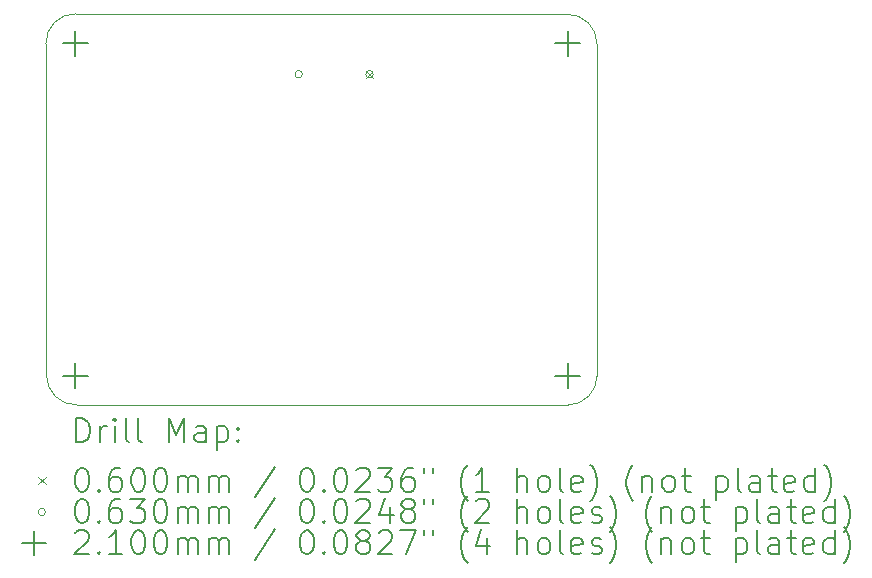
<source format=gbr>
%TF.GenerationSoftware,KiCad,Pcbnew,7.0.5*%
%TF.CreationDate,2023-07-24T14:19:45-04:00*%
%TF.ProjectId,GPSPCB,47505350-4342-42e6-9b69-6361645f7063,00*%
%TF.SameCoordinates,Original*%
%TF.FileFunction,Drillmap*%
%TF.FilePolarity,Positive*%
%FSLAX45Y45*%
G04 Gerber Fmt 4.5, Leading zero omitted, Abs format (unit mm)*
G04 Created by KiCad (PCBNEW 7.0.5) date 2023-07-24 14:19:45*
%MOMM*%
%LPD*%
G01*
G04 APERTURE LIST*
%ADD10C,0.050000*%
%ADD11C,0.200000*%
%ADD12C,0.060000*%
%ADD13C,0.063000*%
%ADD14C,0.210000*%
G04 APERTURE END LIST*
D10*
X8056812Y-5021812D02*
G75*
G03*
X7801812Y-5276812I-6812J-248188D01*
G01*
X12220000Y-8334000D02*
G75*
G03*
X12469000Y-8085000I0J249000D01*
G01*
X8056812Y-5021812D02*
X12212500Y-5025000D01*
X7806812Y-8078188D02*
G75*
G03*
X8061812Y-8333188I249998J-5002D01*
G01*
X7806812Y-7731812D02*
X7801812Y-5276812D01*
X7806812Y-7731812D02*
X7806812Y-8078188D01*
X12469000Y-8085000D02*
X12467500Y-5280000D01*
X12467500Y-5280000D02*
G75*
G03*
X12212500Y-5025000I-250000J5000D01*
G01*
X12220000Y-8334000D02*
X8061812Y-8333188D01*
D11*
D12*
X10512000Y-5504000D02*
X10572000Y-5564000D01*
X10572000Y-5504000D02*
X10512000Y-5564000D01*
D13*
X9973500Y-5534000D02*
G75*
G03*
X9973500Y-5534000I-31500J0D01*
G01*
X10573500Y-5534000D02*
G75*
G03*
X10573500Y-5534000I-31500J0D01*
G01*
D14*
X8050000Y-5165000D02*
X8050000Y-5375000D01*
X7945000Y-5270000D02*
X8155000Y-5270000D01*
X8050000Y-7980000D02*
X8050000Y-8190000D01*
X7945000Y-8085000D02*
X8155000Y-8085000D01*
X12220000Y-5165000D02*
X12220000Y-5375000D01*
X12115000Y-5270000D02*
X12325000Y-5270000D01*
X12220000Y-7980000D02*
X12220000Y-8190000D01*
X12115000Y-8085000D02*
X12325000Y-8085000D01*
D11*
X8059995Y-8647984D02*
X8059995Y-8447984D01*
X8059995Y-8447984D02*
X8107614Y-8447984D01*
X8107614Y-8447984D02*
X8136186Y-8457508D01*
X8136186Y-8457508D02*
X8155234Y-8476555D01*
X8155234Y-8476555D02*
X8164757Y-8495603D01*
X8164757Y-8495603D02*
X8174281Y-8533698D01*
X8174281Y-8533698D02*
X8174281Y-8562270D01*
X8174281Y-8562270D02*
X8164757Y-8600365D01*
X8164757Y-8600365D02*
X8155234Y-8619412D01*
X8155234Y-8619412D02*
X8136186Y-8638460D01*
X8136186Y-8638460D02*
X8107614Y-8647984D01*
X8107614Y-8647984D02*
X8059995Y-8647984D01*
X8259995Y-8647984D02*
X8259995Y-8514650D01*
X8259995Y-8552746D02*
X8269519Y-8533698D01*
X8269519Y-8533698D02*
X8279043Y-8524174D01*
X8279043Y-8524174D02*
X8298091Y-8514650D01*
X8298091Y-8514650D02*
X8317138Y-8514650D01*
X8383805Y-8647984D02*
X8383805Y-8514650D01*
X8383805Y-8447984D02*
X8374281Y-8457508D01*
X8374281Y-8457508D02*
X8383805Y-8467031D01*
X8383805Y-8467031D02*
X8393329Y-8457508D01*
X8393329Y-8457508D02*
X8383805Y-8447984D01*
X8383805Y-8447984D02*
X8383805Y-8467031D01*
X8507615Y-8647984D02*
X8488567Y-8638460D01*
X8488567Y-8638460D02*
X8479043Y-8619412D01*
X8479043Y-8619412D02*
X8479043Y-8447984D01*
X8612376Y-8647984D02*
X8593329Y-8638460D01*
X8593329Y-8638460D02*
X8583805Y-8619412D01*
X8583805Y-8619412D02*
X8583805Y-8447984D01*
X8840948Y-8647984D02*
X8840948Y-8447984D01*
X8840948Y-8447984D02*
X8907615Y-8590841D01*
X8907615Y-8590841D02*
X8974281Y-8447984D01*
X8974281Y-8447984D02*
X8974281Y-8647984D01*
X9155234Y-8647984D02*
X9155234Y-8543222D01*
X9155234Y-8543222D02*
X9145710Y-8524174D01*
X9145710Y-8524174D02*
X9126662Y-8514650D01*
X9126662Y-8514650D02*
X9088567Y-8514650D01*
X9088567Y-8514650D02*
X9069519Y-8524174D01*
X9155234Y-8638460D02*
X9136186Y-8647984D01*
X9136186Y-8647984D02*
X9088567Y-8647984D01*
X9088567Y-8647984D02*
X9069519Y-8638460D01*
X9069519Y-8638460D02*
X9059996Y-8619412D01*
X9059996Y-8619412D02*
X9059996Y-8600365D01*
X9059996Y-8600365D02*
X9069519Y-8581317D01*
X9069519Y-8581317D02*
X9088567Y-8571793D01*
X9088567Y-8571793D02*
X9136186Y-8571793D01*
X9136186Y-8571793D02*
X9155234Y-8562270D01*
X9250472Y-8514650D02*
X9250472Y-8714650D01*
X9250472Y-8524174D02*
X9269519Y-8514650D01*
X9269519Y-8514650D02*
X9307615Y-8514650D01*
X9307615Y-8514650D02*
X9326662Y-8524174D01*
X9326662Y-8524174D02*
X9336186Y-8533698D01*
X9336186Y-8533698D02*
X9345710Y-8552746D01*
X9345710Y-8552746D02*
X9345710Y-8609889D01*
X9345710Y-8609889D02*
X9336186Y-8628936D01*
X9336186Y-8628936D02*
X9326662Y-8638460D01*
X9326662Y-8638460D02*
X9307615Y-8647984D01*
X9307615Y-8647984D02*
X9269519Y-8647984D01*
X9269519Y-8647984D02*
X9250472Y-8638460D01*
X9431424Y-8628936D02*
X9440948Y-8638460D01*
X9440948Y-8638460D02*
X9431424Y-8647984D01*
X9431424Y-8647984D02*
X9421900Y-8638460D01*
X9421900Y-8638460D02*
X9431424Y-8628936D01*
X9431424Y-8628936D02*
X9431424Y-8647984D01*
X9431424Y-8524174D02*
X9440948Y-8533698D01*
X9440948Y-8533698D02*
X9431424Y-8543222D01*
X9431424Y-8543222D02*
X9421900Y-8533698D01*
X9421900Y-8533698D02*
X9431424Y-8524174D01*
X9431424Y-8524174D02*
X9431424Y-8543222D01*
D12*
X7739219Y-8946500D02*
X7799219Y-9006500D01*
X7799219Y-8946500D02*
X7739219Y-9006500D01*
D11*
X8098091Y-8867984D02*
X8117138Y-8867984D01*
X8117138Y-8867984D02*
X8136186Y-8877508D01*
X8136186Y-8877508D02*
X8145710Y-8887031D01*
X8145710Y-8887031D02*
X8155234Y-8906079D01*
X8155234Y-8906079D02*
X8164757Y-8944174D01*
X8164757Y-8944174D02*
X8164757Y-8991793D01*
X8164757Y-8991793D02*
X8155234Y-9029889D01*
X8155234Y-9029889D02*
X8145710Y-9048936D01*
X8145710Y-9048936D02*
X8136186Y-9058460D01*
X8136186Y-9058460D02*
X8117138Y-9067984D01*
X8117138Y-9067984D02*
X8098091Y-9067984D01*
X8098091Y-9067984D02*
X8079043Y-9058460D01*
X8079043Y-9058460D02*
X8069519Y-9048936D01*
X8069519Y-9048936D02*
X8059995Y-9029889D01*
X8059995Y-9029889D02*
X8050472Y-8991793D01*
X8050472Y-8991793D02*
X8050472Y-8944174D01*
X8050472Y-8944174D02*
X8059995Y-8906079D01*
X8059995Y-8906079D02*
X8069519Y-8887031D01*
X8069519Y-8887031D02*
X8079043Y-8877508D01*
X8079043Y-8877508D02*
X8098091Y-8867984D01*
X8250472Y-9048936D02*
X8259995Y-9058460D01*
X8259995Y-9058460D02*
X8250472Y-9067984D01*
X8250472Y-9067984D02*
X8240948Y-9058460D01*
X8240948Y-9058460D02*
X8250472Y-9048936D01*
X8250472Y-9048936D02*
X8250472Y-9067984D01*
X8431424Y-8867984D02*
X8393329Y-8867984D01*
X8393329Y-8867984D02*
X8374281Y-8877508D01*
X8374281Y-8877508D02*
X8364757Y-8887031D01*
X8364757Y-8887031D02*
X8345710Y-8915603D01*
X8345710Y-8915603D02*
X8336186Y-8953698D01*
X8336186Y-8953698D02*
X8336186Y-9029889D01*
X8336186Y-9029889D02*
X8345710Y-9048936D01*
X8345710Y-9048936D02*
X8355234Y-9058460D01*
X8355234Y-9058460D02*
X8374281Y-9067984D01*
X8374281Y-9067984D02*
X8412377Y-9067984D01*
X8412377Y-9067984D02*
X8431424Y-9058460D01*
X8431424Y-9058460D02*
X8440948Y-9048936D01*
X8440948Y-9048936D02*
X8450472Y-9029889D01*
X8450472Y-9029889D02*
X8450472Y-8982270D01*
X8450472Y-8982270D02*
X8440948Y-8963222D01*
X8440948Y-8963222D02*
X8431424Y-8953698D01*
X8431424Y-8953698D02*
X8412377Y-8944174D01*
X8412377Y-8944174D02*
X8374281Y-8944174D01*
X8374281Y-8944174D02*
X8355234Y-8953698D01*
X8355234Y-8953698D02*
X8345710Y-8963222D01*
X8345710Y-8963222D02*
X8336186Y-8982270D01*
X8574281Y-8867984D02*
X8593329Y-8867984D01*
X8593329Y-8867984D02*
X8612377Y-8877508D01*
X8612377Y-8877508D02*
X8621900Y-8887031D01*
X8621900Y-8887031D02*
X8631424Y-8906079D01*
X8631424Y-8906079D02*
X8640948Y-8944174D01*
X8640948Y-8944174D02*
X8640948Y-8991793D01*
X8640948Y-8991793D02*
X8631424Y-9029889D01*
X8631424Y-9029889D02*
X8621900Y-9048936D01*
X8621900Y-9048936D02*
X8612377Y-9058460D01*
X8612377Y-9058460D02*
X8593329Y-9067984D01*
X8593329Y-9067984D02*
X8574281Y-9067984D01*
X8574281Y-9067984D02*
X8555234Y-9058460D01*
X8555234Y-9058460D02*
X8545710Y-9048936D01*
X8545710Y-9048936D02*
X8536186Y-9029889D01*
X8536186Y-9029889D02*
X8526662Y-8991793D01*
X8526662Y-8991793D02*
X8526662Y-8944174D01*
X8526662Y-8944174D02*
X8536186Y-8906079D01*
X8536186Y-8906079D02*
X8545710Y-8887031D01*
X8545710Y-8887031D02*
X8555234Y-8877508D01*
X8555234Y-8877508D02*
X8574281Y-8867984D01*
X8764757Y-8867984D02*
X8783805Y-8867984D01*
X8783805Y-8867984D02*
X8802853Y-8877508D01*
X8802853Y-8877508D02*
X8812377Y-8887031D01*
X8812377Y-8887031D02*
X8821900Y-8906079D01*
X8821900Y-8906079D02*
X8831424Y-8944174D01*
X8831424Y-8944174D02*
X8831424Y-8991793D01*
X8831424Y-8991793D02*
X8821900Y-9029889D01*
X8821900Y-9029889D02*
X8812377Y-9048936D01*
X8812377Y-9048936D02*
X8802853Y-9058460D01*
X8802853Y-9058460D02*
X8783805Y-9067984D01*
X8783805Y-9067984D02*
X8764757Y-9067984D01*
X8764757Y-9067984D02*
X8745710Y-9058460D01*
X8745710Y-9058460D02*
X8736186Y-9048936D01*
X8736186Y-9048936D02*
X8726662Y-9029889D01*
X8726662Y-9029889D02*
X8717138Y-8991793D01*
X8717138Y-8991793D02*
X8717138Y-8944174D01*
X8717138Y-8944174D02*
X8726662Y-8906079D01*
X8726662Y-8906079D02*
X8736186Y-8887031D01*
X8736186Y-8887031D02*
X8745710Y-8877508D01*
X8745710Y-8877508D02*
X8764757Y-8867984D01*
X8917138Y-9067984D02*
X8917138Y-8934650D01*
X8917138Y-8953698D02*
X8926662Y-8944174D01*
X8926662Y-8944174D02*
X8945710Y-8934650D01*
X8945710Y-8934650D02*
X8974281Y-8934650D01*
X8974281Y-8934650D02*
X8993329Y-8944174D01*
X8993329Y-8944174D02*
X9002853Y-8963222D01*
X9002853Y-8963222D02*
X9002853Y-9067984D01*
X9002853Y-8963222D02*
X9012377Y-8944174D01*
X9012377Y-8944174D02*
X9031424Y-8934650D01*
X9031424Y-8934650D02*
X9059996Y-8934650D01*
X9059996Y-8934650D02*
X9079043Y-8944174D01*
X9079043Y-8944174D02*
X9088567Y-8963222D01*
X9088567Y-8963222D02*
X9088567Y-9067984D01*
X9183805Y-9067984D02*
X9183805Y-8934650D01*
X9183805Y-8953698D02*
X9193329Y-8944174D01*
X9193329Y-8944174D02*
X9212377Y-8934650D01*
X9212377Y-8934650D02*
X9240948Y-8934650D01*
X9240948Y-8934650D02*
X9259996Y-8944174D01*
X9259996Y-8944174D02*
X9269519Y-8963222D01*
X9269519Y-8963222D02*
X9269519Y-9067984D01*
X9269519Y-8963222D02*
X9279043Y-8944174D01*
X9279043Y-8944174D02*
X9298091Y-8934650D01*
X9298091Y-8934650D02*
X9326662Y-8934650D01*
X9326662Y-8934650D02*
X9345710Y-8944174D01*
X9345710Y-8944174D02*
X9355234Y-8963222D01*
X9355234Y-8963222D02*
X9355234Y-9067984D01*
X9745710Y-8858460D02*
X9574281Y-9115603D01*
X10002853Y-8867984D02*
X10021901Y-8867984D01*
X10021901Y-8867984D02*
X10040948Y-8877508D01*
X10040948Y-8877508D02*
X10050472Y-8887031D01*
X10050472Y-8887031D02*
X10059996Y-8906079D01*
X10059996Y-8906079D02*
X10069520Y-8944174D01*
X10069520Y-8944174D02*
X10069520Y-8991793D01*
X10069520Y-8991793D02*
X10059996Y-9029889D01*
X10059996Y-9029889D02*
X10050472Y-9048936D01*
X10050472Y-9048936D02*
X10040948Y-9058460D01*
X10040948Y-9058460D02*
X10021901Y-9067984D01*
X10021901Y-9067984D02*
X10002853Y-9067984D01*
X10002853Y-9067984D02*
X9983805Y-9058460D01*
X9983805Y-9058460D02*
X9974281Y-9048936D01*
X9974281Y-9048936D02*
X9964758Y-9029889D01*
X9964758Y-9029889D02*
X9955234Y-8991793D01*
X9955234Y-8991793D02*
X9955234Y-8944174D01*
X9955234Y-8944174D02*
X9964758Y-8906079D01*
X9964758Y-8906079D02*
X9974281Y-8887031D01*
X9974281Y-8887031D02*
X9983805Y-8877508D01*
X9983805Y-8877508D02*
X10002853Y-8867984D01*
X10155234Y-9048936D02*
X10164758Y-9058460D01*
X10164758Y-9058460D02*
X10155234Y-9067984D01*
X10155234Y-9067984D02*
X10145710Y-9058460D01*
X10145710Y-9058460D02*
X10155234Y-9048936D01*
X10155234Y-9048936D02*
X10155234Y-9067984D01*
X10288567Y-8867984D02*
X10307615Y-8867984D01*
X10307615Y-8867984D02*
X10326662Y-8877508D01*
X10326662Y-8877508D02*
X10336186Y-8887031D01*
X10336186Y-8887031D02*
X10345710Y-8906079D01*
X10345710Y-8906079D02*
X10355234Y-8944174D01*
X10355234Y-8944174D02*
X10355234Y-8991793D01*
X10355234Y-8991793D02*
X10345710Y-9029889D01*
X10345710Y-9029889D02*
X10336186Y-9048936D01*
X10336186Y-9048936D02*
X10326662Y-9058460D01*
X10326662Y-9058460D02*
X10307615Y-9067984D01*
X10307615Y-9067984D02*
X10288567Y-9067984D01*
X10288567Y-9067984D02*
X10269520Y-9058460D01*
X10269520Y-9058460D02*
X10259996Y-9048936D01*
X10259996Y-9048936D02*
X10250472Y-9029889D01*
X10250472Y-9029889D02*
X10240948Y-8991793D01*
X10240948Y-8991793D02*
X10240948Y-8944174D01*
X10240948Y-8944174D02*
X10250472Y-8906079D01*
X10250472Y-8906079D02*
X10259996Y-8887031D01*
X10259996Y-8887031D02*
X10269520Y-8877508D01*
X10269520Y-8877508D02*
X10288567Y-8867984D01*
X10431424Y-8887031D02*
X10440948Y-8877508D01*
X10440948Y-8877508D02*
X10459996Y-8867984D01*
X10459996Y-8867984D02*
X10507615Y-8867984D01*
X10507615Y-8867984D02*
X10526662Y-8877508D01*
X10526662Y-8877508D02*
X10536186Y-8887031D01*
X10536186Y-8887031D02*
X10545710Y-8906079D01*
X10545710Y-8906079D02*
X10545710Y-8925127D01*
X10545710Y-8925127D02*
X10536186Y-8953698D01*
X10536186Y-8953698D02*
X10421901Y-9067984D01*
X10421901Y-9067984D02*
X10545710Y-9067984D01*
X10612377Y-8867984D02*
X10736186Y-8867984D01*
X10736186Y-8867984D02*
X10669520Y-8944174D01*
X10669520Y-8944174D02*
X10698091Y-8944174D01*
X10698091Y-8944174D02*
X10717139Y-8953698D01*
X10717139Y-8953698D02*
X10726662Y-8963222D01*
X10726662Y-8963222D02*
X10736186Y-8982270D01*
X10736186Y-8982270D02*
X10736186Y-9029889D01*
X10736186Y-9029889D02*
X10726662Y-9048936D01*
X10726662Y-9048936D02*
X10717139Y-9058460D01*
X10717139Y-9058460D02*
X10698091Y-9067984D01*
X10698091Y-9067984D02*
X10640948Y-9067984D01*
X10640948Y-9067984D02*
X10621901Y-9058460D01*
X10621901Y-9058460D02*
X10612377Y-9048936D01*
X10907615Y-8867984D02*
X10869520Y-8867984D01*
X10869520Y-8867984D02*
X10850472Y-8877508D01*
X10850472Y-8877508D02*
X10840948Y-8887031D01*
X10840948Y-8887031D02*
X10821901Y-8915603D01*
X10821901Y-8915603D02*
X10812377Y-8953698D01*
X10812377Y-8953698D02*
X10812377Y-9029889D01*
X10812377Y-9029889D02*
X10821901Y-9048936D01*
X10821901Y-9048936D02*
X10831424Y-9058460D01*
X10831424Y-9058460D02*
X10850472Y-9067984D01*
X10850472Y-9067984D02*
X10888567Y-9067984D01*
X10888567Y-9067984D02*
X10907615Y-9058460D01*
X10907615Y-9058460D02*
X10917139Y-9048936D01*
X10917139Y-9048936D02*
X10926662Y-9029889D01*
X10926662Y-9029889D02*
X10926662Y-8982270D01*
X10926662Y-8982270D02*
X10917139Y-8963222D01*
X10917139Y-8963222D02*
X10907615Y-8953698D01*
X10907615Y-8953698D02*
X10888567Y-8944174D01*
X10888567Y-8944174D02*
X10850472Y-8944174D01*
X10850472Y-8944174D02*
X10831424Y-8953698D01*
X10831424Y-8953698D02*
X10821901Y-8963222D01*
X10821901Y-8963222D02*
X10812377Y-8982270D01*
X11002853Y-8867984D02*
X11002853Y-8906079D01*
X11079043Y-8867984D02*
X11079043Y-8906079D01*
X11374282Y-9144174D02*
X11364758Y-9134650D01*
X11364758Y-9134650D02*
X11345710Y-9106079D01*
X11345710Y-9106079D02*
X11336186Y-9087031D01*
X11336186Y-9087031D02*
X11326662Y-9058460D01*
X11326662Y-9058460D02*
X11317139Y-9010841D01*
X11317139Y-9010841D02*
X11317139Y-8972746D01*
X11317139Y-8972746D02*
X11326662Y-8925127D01*
X11326662Y-8925127D02*
X11336186Y-8896555D01*
X11336186Y-8896555D02*
X11345710Y-8877508D01*
X11345710Y-8877508D02*
X11364758Y-8848936D01*
X11364758Y-8848936D02*
X11374282Y-8839412D01*
X11555234Y-9067984D02*
X11440948Y-9067984D01*
X11498091Y-9067984D02*
X11498091Y-8867984D01*
X11498091Y-8867984D02*
X11479043Y-8896555D01*
X11479043Y-8896555D02*
X11459996Y-8915603D01*
X11459996Y-8915603D02*
X11440948Y-8925127D01*
X11793329Y-9067984D02*
X11793329Y-8867984D01*
X11879043Y-9067984D02*
X11879043Y-8963222D01*
X11879043Y-8963222D02*
X11869520Y-8944174D01*
X11869520Y-8944174D02*
X11850472Y-8934650D01*
X11850472Y-8934650D02*
X11821901Y-8934650D01*
X11821901Y-8934650D02*
X11802853Y-8944174D01*
X11802853Y-8944174D02*
X11793329Y-8953698D01*
X12002853Y-9067984D02*
X11983805Y-9058460D01*
X11983805Y-9058460D02*
X11974282Y-9048936D01*
X11974282Y-9048936D02*
X11964758Y-9029889D01*
X11964758Y-9029889D02*
X11964758Y-8972746D01*
X11964758Y-8972746D02*
X11974282Y-8953698D01*
X11974282Y-8953698D02*
X11983805Y-8944174D01*
X11983805Y-8944174D02*
X12002853Y-8934650D01*
X12002853Y-8934650D02*
X12031424Y-8934650D01*
X12031424Y-8934650D02*
X12050472Y-8944174D01*
X12050472Y-8944174D02*
X12059996Y-8953698D01*
X12059996Y-8953698D02*
X12069520Y-8972746D01*
X12069520Y-8972746D02*
X12069520Y-9029889D01*
X12069520Y-9029889D02*
X12059996Y-9048936D01*
X12059996Y-9048936D02*
X12050472Y-9058460D01*
X12050472Y-9058460D02*
X12031424Y-9067984D01*
X12031424Y-9067984D02*
X12002853Y-9067984D01*
X12183805Y-9067984D02*
X12164758Y-9058460D01*
X12164758Y-9058460D02*
X12155234Y-9039412D01*
X12155234Y-9039412D02*
X12155234Y-8867984D01*
X12336186Y-9058460D02*
X12317139Y-9067984D01*
X12317139Y-9067984D02*
X12279043Y-9067984D01*
X12279043Y-9067984D02*
X12259996Y-9058460D01*
X12259996Y-9058460D02*
X12250472Y-9039412D01*
X12250472Y-9039412D02*
X12250472Y-8963222D01*
X12250472Y-8963222D02*
X12259996Y-8944174D01*
X12259996Y-8944174D02*
X12279043Y-8934650D01*
X12279043Y-8934650D02*
X12317139Y-8934650D01*
X12317139Y-8934650D02*
X12336186Y-8944174D01*
X12336186Y-8944174D02*
X12345710Y-8963222D01*
X12345710Y-8963222D02*
X12345710Y-8982270D01*
X12345710Y-8982270D02*
X12250472Y-9001317D01*
X12412377Y-9144174D02*
X12421901Y-9134650D01*
X12421901Y-9134650D02*
X12440948Y-9106079D01*
X12440948Y-9106079D02*
X12450472Y-9087031D01*
X12450472Y-9087031D02*
X12459996Y-9058460D01*
X12459996Y-9058460D02*
X12469520Y-9010841D01*
X12469520Y-9010841D02*
X12469520Y-8972746D01*
X12469520Y-8972746D02*
X12459996Y-8925127D01*
X12459996Y-8925127D02*
X12450472Y-8896555D01*
X12450472Y-8896555D02*
X12440948Y-8877508D01*
X12440948Y-8877508D02*
X12421901Y-8848936D01*
X12421901Y-8848936D02*
X12412377Y-8839412D01*
X12774282Y-9144174D02*
X12764758Y-9134650D01*
X12764758Y-9134650D02*
X12745710Y-9106079D01*
X12745710Y-9106079D02*
X12736186Y-9087031D01*
X12736186Y-9087031D02*
X12726663Y-9058460D01*
X12726663Y-9058460D02*
X12717139Y-9010841D01*
X12717139Y-9010841D02*
X12717139Y-8972746D01*
X12717139Y-8972746D02*
X12726663Y-8925127D01*
X12726663Y-8925127D02*
X12736186Y-8896555D01*
X12736186Y-8896555D02*
X12745710Y-8877508D01*
X12745710Y-8877508D02*
X12764758Y-8848936D01*
X12764758Y-8848936D02*
X12774282Y-8839412D01*
X12850472Y-8934650D02*
X12850472Y-9067984D01*
X12850472Y-8953698D02*
X12859996Y-8944174D01*
X12859996Y-8944174D02*
X12879043Y-8934650D01*
X12879043Y-8934650D02*
X12907615Y-8934650D01*
X12907615Y-8934650D02*
X12926663Y-8944174D01*
X12926663Y-8944174D02*
X12936186Y-8963222D01*
X12936186Y-8963222D02*
X12936186Y-9067984D01*
X13059996Y-9067984D02*
X13040948Y-9058460D01*
X13040948Y-9058460D02*
X13031424Y-9048936D01*
X13031424Y-9048936D02*
X13021901Y-9029889D01*
X13021901Y-9029889D02*
X13021901Y-8972746D01*
X13021901Y-8972746D02*
X13031424Y-8953698D01*
X13031424Y-8953698D02*
X13040948Y-8944174D01*
X13040948Y-8944174D02*
X13059996Y-8934650D01*
X13059996Y-8934650D02*
X13088567Y-8934650D01*
X13088567Y-8934650D02*
X13107615Y-8944174D01*
X13107615Y-8944174D02*
X13117139Y-8953698D01*
X13117139Y-8953698D02*
X13126663Y-8972746D01*
X13126663Y-8972746D02*
X13126663Y-9029889D01*
X13126663Y-9029889D02*
X13117139Y-9048936D01*
X13117139Y-9048936D02*
X13107615Y-9058460D01*
X13107615Y-9058460D02*
X13088567Y-9067984D01*
X13088567Y-9067984D02*
X13059996Y-9067984D01*
X13183805Y-8934650D02*
X13259996Y-8934650D01*
X13212377Y-8867984D02*
X13212377Y-9039412D01*
X13212377Y-9039412D02*
X13221901Y-9058460D01*
X13221901Y-9058460D02*
X13240948Y-9067984D01*
X13240948Y-9067984D02*
X13259996Y-9067984D01*
X13479044Y-8934650D02*
X13479044Y-9134650D01*
X13479044Y-8944174D02*
X13498091Y-8934650D01*
X13498091Y-8934650D02*
X13536186Y-8934650D01*
X13536186Y-8934650D02*
X13555234Y-8944174D01*
X13555234Y-8944174D02*
X13564758Y-8953698D01*
X13564758Y-8953698D02*
X13574282Y-8972746D01*
X13574282Y-8972746D02*
X13574282Y-9029889D01*
X13574282Y-9029889D02*
X13564758Y-9048936D01*
X13564758Y-9048936D02*
X13555234Y-9058460D01*
X13555234Y-9058460D02*
X13536186Y-9067984D01*
X13536186Y-9067984D02*
X13498091Y-9067984D01*
X13498091Y-9067984D02*
X13479044Y-9058460D01*
X13688567Y-9067984D02*
X13669520Y-9058460D01*
X13669520Y-9058460D02*
X13659996Y-9039412D01*
X13659996Y-9039412D02*
X13659996Y-8867984D01*
X13850472Y-9067984D02*
X13850472Y-8963222D01*
X13850472Y-8963222D02*
X13840948Y-8944174D01*
X13840948Y-8944174D02*
X13821901Y-8934650D01*
X13821901Y-8934650D02*
X13783805Y-8934650D01*
X13783805Y-8934650D02*
X13764758Y-8944174D01*
X13850472Y-9058460D02*
X13831425Y-9067984D01*
X13831425Y-9067984D02*
X13783805Y-9067984D01*
X13783805Y-9067984D02*
X13764758Y-9058460D01*
X13764758Y-9058460D02*
X13755234Y-9039412D01*
X13755234Y-9039412D02*
X13755234Y-9020365D01*
X13755234Y-9020365D02*
X13764758Y-9001317D01*
X13764758Y-9001317D02*
X13783805Y-8991793D01*
X13783805Y-8991793D02*
X13831425Y-8991793D01*
X13831425Y-8991793D02*
X13850472Y-8982270D01*
X13917139Y-8934650D02*
X13993329Y-8934650D01*
X13945710Y-8867984D02*
X13945710Y-9039412D01*
X13945710Y-9039412D02*
X13955234Y-9058460D01*
X13955234Y-9058460D02*
X13974282Y-9067984D01*
X13974282Y-9067984D02*
X13993329Y-9067984D01*
X14136186Y-9058460D02*
X14117139Y-9067984D01*
X14117139Y-9067984D02*
X14079044Y-9067984D01*
X14079044Y-9067984D02*
X14059996Y-9058460D01*
X14059996Y-9058460D02*
X14050472Y-9039412D01*
X14050472Y-9039412D02*
X14050472Y-8963222D01*
X14050472Y-8963222D02*
X14059996Y-8944174D01*
X14059996Y-8944174D02*
X14079044Y-8934650D01*
X14079044Y-8934650D02*
X14117139Y-8934650D01*
X14117139Y-8934650D02*
X14136186Y-8944174D01*
X14136186Y-8944174D02*
X14145710Y-8963222D01*
X14145710Y-8963222D02*
X14145710Y-8982270D01*
X14145710Y-8982270D02*
X14050472Y-9001317D01*
X14317139Y-9067984D02*
X14317139Y-8867984D01*
X14317139Y-9058460D02*
X14298091Y-9067984D01*
X14298091Y-9067984D02*
X14259996Y-9067984D01*
X14259996Y-9067984D02*
X14240948Y-9058460D01*
X14240948Y-9058460D02*
X14231425Y-9048936D01*
X14231425Y-9048936D02*
X14221901Y-9029889D01*
X14221901Y-9029889D02*
X14221901Y-8972746D01*
X14221901Y-8972746D02*
X14231425Y-8953698D01*
X14231425Y-8953698D02*
X14240948Y-8944174D01*
X14240948Y-8944174D02*
X14259996Y-8934650D01*
X14259996Y-8934650D02*
X14298091Y-8934650D01*
X14298091Y-8934650D02*
X14317139Y-8944174D01*
X14393329Y-9144174D02*
X14402853Y-9134650D01*
X14402853Y-9134650D02*
X14421901Y-9106079D01*
X14421901Y-9106079D02*
X14431425Y-9087031D01*
X14431425Y-9087031D02*
X14440948Y-9058460D01*
X14440948Y-9058460D02*
X14450472Y-9010841D01*
X14450472Y-9010841D02*
X14450472Y-8972746D01*
X14450472Y-8972746D02*
X14440948Y-8925127D01*
X14440948Y-8925127D02*
X14431425Y-8896555D01*
X14431425Y-8896555D02*
X14421901Y-8877508D01*
X14421901Y-8877508D02*
X14402853Y-8848936D01*
X14402853Y-8848936D02*
X14393329Y-8839412D01*
D13*
X7799219Y-9240500D02*
G75*
G03*
X7799219Y-9240500I-31500J0D01*
G01*
D11*
X8098091Y-9131984D02*
X8117138Y-9131984D01*
X8117138Y-9131984D02*
X8136186Y-9141508D01*
X8136186Y-9141508D02*
X8145710Y-9151031D01*
X8145710Y-9151031D02*
X8155234Y-9170079D01*
X8155234Y-9170079D02*
X8164757Y-9208174D01*
X8164757Y-9208174D02*
X8164757Y-9255793D01*
X8164757Y-9255793D02*
X8155234Y-9293889D01*
X8155234Y-9293889D02*
X8145710Y-9312936D01*
X8145710Y-9312936D02*
X8136186Y-9322460D01*
X8136186Y-9322460D02*
X8117138Y-9331984D01*
X8117138Y-9331984D02*
X8098091Y-9331984D01*
X8098091Y-9331984D02*
X8079043Y-9322460D01*
X8079043Y-9322460D02*
X8069519Y-9312936D01*
X8069519Y-9312936D02*
X8059995Y-9293889D01*
X8059995Y-9293889D02*
X8050472Y-9255793D01*
X8050472Y-9255793D02*
X8050472Y-9208174D01*
X8050472Y-9208174D02*
X8059995Y-9170079D01*
X8059995Y-9170079D02*
X8069519Y-9151031D01*
X8069519Y-9151031D02*
X8079043Y-9141508D01*
X8079043Y-9141508D02*
X8098091Y-9131984D01*
X8250472Y-9312936D02*
X8259995Y-9322460D01*
X8259995Y-9322460D02*
X8250472Y-9331984D01*
X8250472Y-9331984D02*
X8240948Y-9322460D01*
X8240948Y-9322460D02*
X8250472Y-9312936D01*
X8250472Y-9312936D02*
X8250472Y-9331984D01*
X8431424Y-9131984D02*
X8393329Y-9131984D01*
X8393329Y-9131984D02*
X8374281Y-9141508D01*
X8374281Y-9141508D02*
X8364757Y-9151031D01*
X8364757Y-9151031D02*
X8345710Y-9179603D01*
X8345710Y-9179603D02*
X8336186Y-9217698D01*
X8336186Y-9217698D02*
X8336186Y-9293889D01*
X8336186Y-9293889D02*
X8345710Y-9312936D01*
X8345710Y-9312936D02*
X8355234Y-9322460D01*
X8355234Y-9322460D02*
X8374281Y-9331984D01*
X8374281Y-9331984D02*
X8412377Y-9331984D01*
X8412377Y-9331984D02*
X8431424Y-9322460D01*
X8431424Y-9322460D02*
X8440948Y-9312936D01*
X8440948Y-9312936D02*
X8450472Y-9293889D01*
X8450472Y-9293889D02*
X8450472Y-9246270D01*
X8450472Y-9246270D02*
X8440948Y-9227222D01*
X8440948Y-9227222D02*
X8431424Y-9217698D01*
X8431424Y-9217698D02*
X8412377Y-9208174D01*
X8412377Y-9208174D02*
X8374281Y-9208174D01*
X8374281Y-9208174D02*
X8355234Y-9217698D01*
X8355234Y-9217698D02*
X8345710Y-9227222D01*
X8345710Y-9227222D02*
X8336186Y-9246270D01*
X8517138Y-9131984D02*
X8640948Y-9131984D01*
X8640948Y-9131984D02*
X8574281Y-9208174D01*
X8574281Y-9208174D02*
X8602853Y-9208174D01*
X8602853Y-9208174D02*
X8621900Y-9217698D01*
X8621900Y-9217698D02*
X8631424Y-9227222D01*
X8631424Y-9227222D02*
X8640948Y-9246270D01*
X8640948Y-9246270D02*
X8640948Y-9293889D01*
X8640948Y-9293889D02*
X8631424Y-9312936D01*
X8631424Y-9312936D02*
X8621900Y-9322460D01*
X8621900Y-9322460D02*
X8602853Y-9331984D01*
X8602853Y-9331984D02*
X8545710Y-9331984D01*
X8545710Y-9331984D02*
X8526662Y-9322460D01*
X8526662Y-9322460D02*
X8517138Y-9312936D01*
X8764757Y-9131984D02*
X8783805Y-9131984D01*
X8783805Y-9131984D02*
X8802853Y-9141508D01*
X8802853Y-9141508D02*
X8812377Y-9151031D01*
X8812377Y-9151031D02*
X8821900Y-9170079D01*
X8821900Y-9170079D02*
X8831424Y-9208174D01*
X8831424Y-9208174D02*
X8831424Y-9255793D01*
X8831424Y-9255793D02*
X8821900Y-9293889D01*
X8821900Y-9293889D02*
X8812377Y-9312936D01*
X8812377Y-9312936D02*
X8802853Y-9322460D01*
X8802853Y-9322460D02*
X8783805Y-9331984D01*
X8783805Y-9331984D02*
X8764757Y-9331984D01*
X8764757Y-9331984D02*
X8745710Y-9322460D01*
X8745710Y-9322460D02*
X8736186Y-9312936D01*
X8736186Y-9312936D02*
X8726662Y-9293889D01*
X8726662Y-9293889D02*
X8717138Y-9255793D01*
X8717138Y-9255793D02*
X8717138Y-9208174D01*
X8717138Y-9208174D02*
X8726662Y-9170079D01*
X8726662Y-9170079D02*
X8736186Y-9151031D01*
X8736186Y-9151031D02*
X8745710Y-9141508D01*
X8745710Y-9141508D02*
X8764757Y-9131984D01*
X8917138Y-9331984D02*
X8917138Y-9198650D01*
X8917138Y-9217698D02*
X8926662Y-9208174D01*
X8926662Y-9208174D02*
X8945710Y-9198650D01*
X8945710Y-9198650D02*
X8974281Y-9198650D01*
X8974281Y-9198650D02*
X8993329Y-9208174D01*
X8993329Y-9208174D02*
X9002853Y-9227222D01*
X9002853Y-9227222D02*
X9002853Y-9331984D01*
X9002853Y-9227222D02*
X9012377Y-9208174D01*
X9012377Y-9208174D02*
X9031424Y-9198650D01*
X9031424Y-9198650D02*
X9059996Y-9198650D01*
X9059996Y-9198650D02*
X9079043Y-9208174D01*
X9079043Y-9208174D02*
X9088567Y-9227222D01*
X9088567Y-9227222D02*
X9088567Y-9331984D01*
X9183805Y-9331984D02*
X9183805Y-9198650D01*
X9183805Y-9217698D02*
X9193329Y-9208174D01*
X9193329Y-9208174D02*
X9212377Y-9198650D01*
X9212377Y-9198650D02*
X9240948Y-9198650D01*
X9240948Y-9198650D02*
X9259996Y-9208174D01*
X9259996Y-9208174D02*
X9269519Y-9227222D01*
X9269519Y-9227222D02*
X9269519Y-9331984D01*
X9269519Y-9227222D02*
X9279043Y-9208174D01*
X9279043Y-9208174D02*
X9298091Y-9198650D01*
X9298091Y-9198650D02*
X9326662Y-9198650D01*
X9326662Y-9198650D02*
X9345710Y-9208174D01*
X9345710Y-9208174D02*
X9355234Y-9227222D01*
X9355234Y-9227222D02*
X9355234Y-9331984D01*
X9745710Y-9122460D02*
X9574281Y-9379603D01*
X10002853Y-9131984D02*
X10021901Y-9131984D01*
X10021901Y-9131984D02*
X10040948Y-9141508D01*
X10040948Y-9141508D02*
X10050472Y-9151031D01*
X10050472Y-9151031D02*
X10059996Y-9170079D01*
X10059996Y-9170079D02*
X10069520Y-9208174D01*
X10069520Y-9208174D02*
X10069520Y-9255793D01*
X10069520Y-9255793D02*
X10059996Y-9293889D01*
X10059996Y-9293889D02*
X10050472Y-9312936D01*
X10050472Y-9312936D02*
X10040948Y-9322460D01*
X10040948Y-9322460D02*
X10021901Y-9331984D01*
X10021901Y-9331984D02*
X10002853Y-9331984D01*
X10002853Y-9331984D02*
X9983805Y-9322460D01*
X9983805Y-9322460D02*
X9974281Y-9312936D01*
X9974281Y-9312936D02*
X9964758Y-9293889D01*
X9964758Y-9293889D02*
X9955234Y-9255793D01*
X9955234Y-9255793D02*
X9955234Y-9208174D01*
X9955234Y-9208174D02*
X9964758Y-9170079D01*
X9964758Y-9170079D02*
X9974281Y-9151031D01*
X9974281Y-9151031D02*
X9983805Y-9141508D01*
X9983805Y-9141508D02*
X10002853Y-9131984D01*
X10155234Y-9312936D02*
X10164758Y-9322460D01*
X10164758Y-9322460D02*
X10155234Y-9331984D01*
X10155234Y-9331984D02*
X10145710Y-9322460D01*
X10145710Y-9322460D02*
X10155234Y-9312936D01*
X10155234Y-9312936D02*
X10155234Y-9331984D01*
X10288567Y-9131984D02*
X10307615Y-9131984D01*
X10307615Y-9131984D02*
X10326662Y-9141508D01*
X10326662Y-9141508D02*
X10336186Y-9151031D01*
X10336186Y-9151031D02*
X10345710Y-9170079D01*
X10345710Y-9170079D02*
X10355234Y-9208174D01*
X10355234Y-9208174D02*
X10355234Y-9255793D01*
X10355234Y-9255793D02*
X10345710Y-9293889D01*
X10345710Y-9293889D02*
X10336186Y-9312936D01*
X10336186Y-9312936D02*
X10326662Y-9322460D01*
X10326662Y-9322460D02*
X10307615Y-9331984D01*
X10307615Y-9331984D02*
X10288567Y-9331984D01*
X10288567Y-9331984D02*
X10269520Y-9322460D01*
X10269520Y-9322460D02*
X10259996Y-9312936D01*
X10259996Y-9312936D02*
X10250472Y-9293889D01*
X10250472Y-9293889D02*
X10240948Y-9255793D01*
X10240948Y-9255793D02*
X10240948Y-9208174D01*
X10240948Y-9208174D02*
X10250472Y-9170079D01*
X10250472Y-9170079D02*
X10259996Y-9151031D01*
X10259996Y-9151031D02*
X10269520Y-9141508D01*
X10269520Y-9141508D02*
X10288567Y-9131984D01*
X10431424Y-9151031D02*
X10440948Y-9141508D01*
X10440948Y-9141508D02*
X10459996Y-9131984D01*
X10459996Y-9131984D02*
X10507615Y-9131984D01*
X10507615Y-9131984D02*
X10526662Y-9141508D01*
X10526662Y-9141508D02*
X10536186Y-9151031D01*
X10536186Y-9151031D02*
X10545710Y-9170079D01*
X10545710Y-9170079D02*
X10545710Y-9189127D01*
X10545710Y-9189127D02*
X10536186Y-9217698D01*
X10536186Y-9217698D02*
X10421901Y-9331984D01*
X10421901Y-9331984D02*
X10545710Y-9331984D01*
X10717139Y-9198650D02*
X10717139Y-9331984D01*
X10669520Y-9122460D02*
X10621901Y-9265317D01*
X10621901Y-9265317D02*
X10745710Y-9265317D01*
X10850472Y-9217698D02*
X10831424Y-9208174D01*
X10831424Y-9208174D02*
X10821901Y-9198650D01*
X10821901Y-9198650D02*
X10812377Y-9179603D01*
X10812377Y-9179603D02*
X10812377Y-9170079D01*
X10812377Y-9170079D02*
X10821901Y-9151031D01*
X10821901Y-9151031D02*
X10831424Y-9141508D01*
X10831424Y-9141508D02*
X10850472Y-9131984D01*
X10850472Y-9131984D02*
X10888567Y-9131984D01*
X10888567Y-9131984D02*
X10907615Y-9141508D01*
X10907615Y-9141508D02*
X10917139Y-9151031D01*
X10917139Y-9151031D02*
X10926662Y-9170079D01*
X10926662Y-9170079D02*
X10926662Y-9179603D01*
X10926662Y-9179603D02*
X10917139Y-9198650D01*
X10917139Y-9198650D02*
X10907615Y-9208174D01*
X10907615Y-9208174D02*
X10888567Y-9217698D01*
X10888567Y-9217698D02*
X10850472Y-9217698D01*
X10850472Y-9217698D02*
X10831424Y-9227222D01*
X10831424Y-9227222D02*
X10821901Y-9236746D01*
X10821901Y-9236746D02*
X10812377Y-9255793D01*
X10812377Y-9255793D02*
X10812377Y-9293889D01*
X10812377Y-9293889D02*
X10821901Y-9312936D01*
X10821901Y-9312936D02*
X10831424Y-9322460D01*
X10831424Y-9322460D02*
X10850472Y-9331984D01*
X10850472Y-9331984D02*
X10888567Y-9331984D01*
X10888567Y-9331984D02*
X10907615Y-9322460D01*
X10907615Y-9322460D02*
X10917139Y-9312936D01*
X10917139Y-9312936D02*
X10926662Y-9293889D01*
X10926662Y-9293889D02*
X10926662Y-9255793D01*
X10926662Y-9255793D02*
X10917139Y-9236746D01*
X10917139Y-9236746D02*
X10907615Y-9227222D01*
X10907615Y-9227222D02*
X10888567Y-9217698D01*
X11002853Y-9131984D02*
X11002853Y-9170079D01*
X11079043Y-9131984D02*
X11079043Y-9170079D01*
X11374282Y-9408174D02*
X11364758Y-9398650D01*
X11364758Y-9398650D02*
X11345710Y-9370079D01*
X11345710Y-9370079D02*
X11336186Y-9351031D01*
X11336186Y-9351031D02*
X11326662Y-9322460D01*
X11326662Y-9322460D02*
X11317139Y-9274841D01*
X11317139Y-9274841D02*
X11317139Y-9236746D01*
X11317139Y-9236746D02*
X11326662Y-9189127D01*
X11326662Y-9189127D02*
X11336186Y-9160555D01*
X11336186Y-9160555D02*
X11345710Y-9141508D01*
X11345710Y-9141508D02*
X11364758Y-9112936D01*
X11364758Y-9112936D02*
X11374282Y-9103412D01*
X11440948Y-9151031D02*
X11450472Y-9141508D01*
X11450472Y-9141508D02*
X11469520Y-9131984D01*
X11469520Y-9131984D02*
X11517139Y-9131984D01*
X11517139Y-9131984D02*
X11536186Y-9141508D01*
X11536186Y-9141508D02*
X11545710Y-9151031D01*
X11545710Y-9151031D02*
X11555234Y-9170079D01*
X11555234Y-9170079D02*
X11555234Y-9189127D01*
X11555234Y-9189127D02*
X11545710Y-9217698D01*
X11545710Y-9217698D02*
X11431424Y-9331984D01*
X11431424Y-9331984D02*
X11555234Y-9331984D01*
X11793329Y-9331984D02*
X11793329Y-9131984D01*
X11879043Y-9331984D02*
X11879043Y-9227222D01*
X11879043Y-9227222D02*
X11869520Y-9208174D01*
X11869520Y-9208174D02*
X11850472Y-9198650D01*
X11850472Y-9198650D02*
X11821901Y-9198650D01*
X11821901Y-9198650D02*
X11802853Y-9208174D01*
X11802853Y-9208174D02*
X11793329Y-9217698D01*
X12002853Y-9331984D02*
X11983805Y-9322460D01*
X11983805Y-9322460D02*
X11974282Y-9312936D01*
X11974282Y-9312936D02*
X11964758Y-9293889D01*
X11964758Y-9293889D02*
X11964758Y-9236746D01*
X11964758Y-9236746D02*
X11974282Y-9217698D01*
X11974282Y-9217698D02*
X11983805Y-9208174D01*
X11983805Y-9208174D02*
X12002853Y-9198650D01*
X12002853Y-9198650D02*
X12031424Y-9198650D01*
X12031424Y-9198650D02*
X12050472Y-9208174D01*
X12050472Y-9208174D02*
X12059996Y-9217698D01*
X12059996Y-9217698D02*
X12069520Y-9236746D01*
X12069520Y-9236746D02*
X12069520Y-9293889D01*
X12069520Y-9293889D02*
X12059996Y-9312936D01*
X12059996Y-9312936D02*
X12050472Y-9322460D01*
X12050472Y-9322460D02*
X12031424Y-9331984D01*
X12031424Y-9331984D02*
X12002853Y-9331984D01*
X12183805Y-9331984D02*
X12164758Y-9322460D01*
X12164758Y-9322460D02*
X12155234Y-9303412D01*
X12155234Y-9303412D02*
X12155234Y-9131984D01*
X12336186Y-9322460D02*
X12317139Y-9331984D01*
X12317139Y-9331984D02*
X12279043Y-9331984D01*
X12279043Y-9331984D02*
X12259996Y-9322460D01*
X12259996Y-9322460D02*
X12250472Y-9303412D01*
X12250472Y-9303412D02*
X12250472Y-9227222D01*
X12250472Y-9227222D02*
X12259996Y-9208174D01*
X12259996Y-9208174D02*
X12279043Y-9198650D01*
X12279043Y-9198650D02*
X12317139Y-9198650D01*
X12317139Y-9198650D02*
X12336186Y-9208174D01*
X12336186Y-9208174D02*
X12345710Y-9227222D01*
X12345710Y-9227222D02*
X12345710Y-9246270D01*
X12345710Y-9246270D02*
X12250472Y-9265317D01*
X12421901Y-9322460D02*
X12440948Y-9331984D01*
X12440948Y-9331984D02*
X12479043Y-9331984D01*
X12479043Y-9331984D02*
X12498091Y-9322460D01*
X12498091Y-9322460D02*
X12507615Y-9303412D01*
X12507615Y-9303412D02*
X12507615Y-9293889D01*
X12507615Y-9293889D02*
X12498091Y-9274841D01*
X12498091Y-9274841D02*
X12479043Y-9265317D01*
X12479043Y-9265317D02*
X12450472Y-9265317D01*
X12450472Y-9265317D02*
X12431424Y-9255793D01*
X12431424Y-9255793D02*
X12421901Y-9236746D01*
X12421901Y-9236746D02*
X12421901Y-9227222D01*
X12421901Y-9227222D02*
X12431424Y-9208174D01*
X12431424Y-9208174D02*
X12450472Y-9198650D01*
X12450472Y-9198650D02*
X12479043Y-9198650D01*
X12479043Y-9198650D02*
X12498091Y-9208174D01*
X12574282Y-9408174D02*
X12583805Y-9398650D01*
X12583805Y-9398650D02*
X12602853Y-9370079D01*
X12602853Y-9370079D02*
X12612377Y-9351031D01*
X12612377Y-9351031D02*
X12621901Y-9322460D01*
X12621901Y-9322460D02*
X12631424Y-9274841D01*
X12631424Y-9274841D02*
X12631424Y-9236746D01*
X12631424Y-9236746D02*
X12621901Y-9189127D01*
X12621901Y-9189127D02*
X12612377Y-9160555D01*
X12612377Y-9160555D02*
X12602853Y-9141508D01*
X12602853Y-9141508D02*
X12583805Y-9112936D01*
X12583805Y-9112936D02*
X12574282Y-9103412D01*
X12936186Y-9408174D02*
X12926663Y-9398650D01*
X12926663Y-9398650D02*
X12907615Y-9370079D01*
X12907615Y-9370079D02*
X12898091Y-9351031D01*
X12898091Y-9351031D02*
X12888567Y-9322460D01*
X12888567Y-9322460D02*
X12879044Y-9274841D01*
X12879044Y-9274841D02*
X12879044Y-9236746D01*
X12879044Y-9236746D02*
X12888567Y-9189127D01*
X12888567Y-9189127D02*
X12898091Y-9160555D01*
X12898091Y-9160555D02*
X12907615Y-9141508D01*
X12907615Y-9141508D02*
X12926663Y-9112936D01*
X12926663Y-9112936D02*
X12936186Y-9103412D01*
X13012377Y-9198650D02*
X13012377Y-9331984D01*
X13012377Y-9217698D02*
X13021901Y-9208174D01*
X13021901Y-9208174D02*
X13040948Y-9198650D01*
X13040948Y-9198650D02*
X13069520Y-9198650D01*
X13069520Y-9198650D02*
X13088567Y-9208174D01*
X13088567Y-9208174D02*
X13098091Y-9227222D01*
X13098091Y-9227222D02*
X13098091Y-9331984D01*
X13221901Y-9331984D02*
X13202853Y-9322460D01*
X13202853Y-9322460D02*
X13193329Y-9312936D01*
X13193329Y-9312936D02*
X13183805Y-9293889D01*
X13183805Y-9293889D02*
X13183805Y-9236746D01*
X13183805Y-9236746D02*
X13193329Y-9217698D01*
X13193329Y-9217698D02*
X13202853Y-9208174D01*
X13202853Y-9208174D02*
X13221901Y-9198650D01*
X13221901Y-9198650D02*
X13250472Y-9198650D01*
X13250472Y-9198650D02*
X13269520Y-9208174D01*
X13269520Y-9208174D02*
X13279044Y-9217698D01*
X13279044Y-9217698D02*
X13288567Y-9236746D01*
X13288567Y-9236746D02*
X13288567Y-9293889D01*
X13288567Y-9293889D02*
X13279044Y-9312936D01*
X13279044Y-9312936D02*
X13269520Y-9322460D01*
X13269520Y-9322460D02*
X13250472Y-9331984D01*
X13250472Y-9331984D02*
X13221901Y-9331984D01*
X13345710Y-9198650D02*
X13421901Y-9198650D01*
X13374282Y-9131984D02*
X13374282Y-9303412D01*
X13374282Y-9303412D02*
X13383805Y-9322460D01*
X13383805Y-9322460D02*
X13402853Y-9331984D01*
X13402853Y-9331984D02*
X13421901Y-9331984D01*
X13640948Y-9198650D02*
X13640948Y-9398650D01*
X13640948Y-9208174D02*
X13659996Y-9198650D01*
X13659996Y-9198650D02*
X13698091Y-9198650D01*
X13698091Y-9198650D02*
X13717139Y-9208174D01*
X13717139Y-9208174D02*
X13726663Y-9217698D01*
X13726663Y-9217698D02*
X13736186Y-9236746D01*
X13736186Y-9236746D02*
X13736186Y-9293889D01*
X13736186Y-9293889D02*
X13726663Y-9312936D01*
X13726663Y-9312936D02*
X13717139Y-9322460D01*
X13717139Y-9322460D02*
X13698091Y-9331984D01*
X13698091Y-9331984D02*
X13659996Y-9331984D01*
X13659996Y-9331984D02*
X13640948Y-9322460D01*
X13850472Y-9331984D02*
X13831425Y-9322460D01*
X13831425Y-9322460D02*
X13821901Y-9303412D01*
X13821901Y-9303412D02*
X13821901Y-9131984D01*
X14012377Y-9331984D02*
X14012377Y-9227222D01*
X14012377Y-9227222D02*
X14002853Y-9208174D01*
X14002853Y-9208174D02*
X13983806Y-9198650D01*
X13983806Y-9198650D02*
X13945710Y-9198650D01*
X13945710Y-9198650D02*
X13926663Y-9208174D01*
X14012377Y-9322460D02*
X13993329Y-9331984D01*
X13993329Y-9331984D02*
X13945710Y-9331984D01*
X13945710Y-9331984D02*
X13926663Y-9322460D01*
X13926663Y-9322460D02*
X13917139Y-9303412D01*
X13917139Y-9303412D02*
X13917139Y-9284365D01*
X13917139Y-9284365D02*
X13926663Y-9265317D01*
X13926663Y-9265317D02*
X13945710Y-9255793D01*
X13945710Y-9255793D02*
X13993329Y-9255793D01*
X13993329Y-9255793D02*
X14012377Y-9246270D01*
X14079044Y-9198650D02*
X14155234Y-9198650D01*
X14107615Y-9131984D02*
X14107615Y-9303412D01*
X14107615Y-9303412D02*
X14117139Y-9322460D01*
X14117139Y-9322460D02*
X14136186Y-9331984D01*
X14136186Y-9331984D02*
X14155234Y-9331984D01*
X14298091Y-9322460D02*
X14279044Y-9331984D01*
X14279044Y-9331984D02*
X14240948Y-9331984D01*
X14240948Y-9331984D02*
X14221901Y-9322460D01*
X14221901Y-9322460D02*
X14212377Y-9303412D01*
X14212377Y-9303412D02*
X14212377Y-9227222D01*
X14212377Y-9227222D02*
X14221901Y-9208174D01*
X14221901Y-9208174D02*
X14240948Y-9198650D01*
X14240948Y-9198650D02*
X14279044Y-9198650D01*
X14279044Y-9198650D02*
X14298091Y-9208174D01*
X14298091Y-9208174D02*
X14307615Y-9227222D01*
X14307615Y-9227222D02*
X14307615Y-9246270D01*
X14307615Y-9246270D02*
X14212377Y-9265317D01*
X14479044Y-9331984D02*
X14479044Y-9131984D01*
X14479044Y-9322460D02*
X14459996Y-9331984D01*
X14459996Y-9331984D02*
X14421901Y-9331984D01*
X14421901Y-9331984D02*
X14402853Y-9322460D01*
X14402853Y-9322460D02*
X14393329Y-9312936D01*
X14393329Y-9312936D02*
X14383806Y-9293889D01*
X14383806Y-9293889D02*
X14383806Y-9236746D01*
X14383806Y-9236746D02*
X14393329Y-9217698D01*
X14393329Y-9217698D02*
X14402853Y-9208174D01*
X14402853Y-9208174D02*
X14421901Y-9198650D01*
X14421901Y-9198650D02*
X14459996Y-9198650D01*
X14459996Y-9198650D02*
X14479044Y-9208174D01*
X14555234Y-9408174D02*
X14564758Y-9398650D01*
X14564758Y-9398650D02*
X14583806Y-9370079D01*
X14583806Y-9370079D02*
X14593329Y-9351031D01*
X14593329Y-9351031D02*
X14602853Y-9322460D01*
X14602853Y-9322460D02*
X14612377Y-9274841D01*
X14612377Y-9274841D02*
X14612377Y-9236746D01*
X14612377Y-9236746D02*
X14602853Y-9189127D01*
X14602853Y-9189127D02*
X14593329Y-9160555D01*
X14593329Y-9160555D02*
X14583806Y-9141508D01*
X14583806Y-9141508D02*
X14564758Y-9112936D01*
X14564758Y-9112936D02*
X14555234Y-9103412D01*
X7699219Y-9404500D02*
X7699219Y-9604500D01*
X7599219Y-9504500D02*
X7799219Y-9504500D01*
X8050472Y-9415031D02*
X8059995Y-9405508D01*
X8059995Y-9405508D02*
X8079043Y-9395984D01*
X8079043Y-9395984D02*
X8126662Y-9395984D01*
X8126662Y-9395984D02*
X8145710Y-9405508D01*
X8145710Y-9405508D02*
X8155234Y-9415031D01*
X8155234Y-9415031D02*
X8164757Y-9434079D01*
X8164757Y-9434079D02*
X8164757Y-9453127D01*
X8164757Y-9453127D02*
X8155234Y-9481698D01*
X8155234Y-9481698D02*
X8040948Y-9595984D01*
X8040948Y-9595984D02*
X8164757Y-9595984D01*
X8250472Y-9576936D02*
X8259995Y-9586460D01*
X8259995Y-9586460D02*
X8250472Y-9595984D01*
X8250472Y-9595984D02*
X8240948Y-9586460D01*
X8240948Y-9586460D02*
X8250472Y-9576936D01*
X8250472Y-9576936D02*
X8250472Y-9595984D01*
X8450472Y-9595984D02*
X8336186Y-9595984D01*
X8393329Y-9595984D02*
X8393329Y-9395984D01*
X8393329Y-9395984D02*
X8374281Y-9424555D01*
X8374281Y-9424555D02*
X8355234Y-9443603D01*
X8355234Y-9443603D02*
X8336186Y-9453127D01*
X8574281Y-9395984D02*
X8593329Y-9395984D01*
X8593329Y-9395984D02*
X8612377Y-9405508D01*
X8612377Y-9405508D02*
X8621900Y-9415031D01*
X8621900Y-9415031D02*
X8631424Y-9434079D01*
X8631424Y-9434079D02*
X8640948Y-9472174D01*
X8640948Y-9472174D02*
X8640948Y-9519793D01*
X8640948Y-9519793D02*
X8631424Y-9557889D01*
X8631424Y-9557889D02*
X8621900Y-9576936D01*
X8621900Y-9576936D02*
X8612377Y-9586460D01*
X8612377Y-9586460D02*
X8593329Y-9595984D01*
X8593329Y-9595984D02*
X8574281Y-9595984D01*
X8574281Y-9595984D02*
X8555234Y-9586460D01*
X8555234Y-9586460D02*
X8545710Y-9576936D01*
X8545710Y-9576936D02*
X8536186Y-9557889D01*
X8536186Y-9557889D02*
X8526662Y-9519793D01*
X8526662Y-9519793D02*
X8526662Y-9472174D01*
X8526662Y-9472174D02*
X8536186Y-9434079D01*
X8536186Y-9434079D02*
X8545710Y-9415031D01*
X8545710Y-9415031D02*
X8555234Y-9405508D01*
X8555234Y-9405508D02*
X8574281Y-9395984D01*
X8764757Y-9395984D02*
X8783805Y-9395984D01*
X8783805Y-9395984D02*
X8802853Y-9405508D01*
X8802853Y-9405508D02*
X8812377Y-9415031D01*
X8812377Y-9415031D02*
X8821900Y-9434079D01*
X8821900Y-9434079D02*
X8831424Y-9472174D01*
X8831424Y-9472174D02*
X8831424Y-9519793D01*
X8831424Y-9519793D02*
X8821900Y-9557889D01*
X8821900Y-9557889D02*
X8812377Y-9576936D01*
X8812377Y-9576936D02*
X8802853Y-9586460D01*
X8802853Y-9586460D02*
X8783805Y-9595984D01*
X8783805Y-9595984D02*
X8764757Y-9595984D01*
X8764757Y-9595984D02*
X8745710Y-9586460D01*
X8745710Y-9586460D02*
X8736186Y-9576936D01*
X8736186Y-9576936D02*
X8726662Y-9557889D01*
X8726662Y-9557889D02*
X8717138Y-9519793D01*
X8717138Y-9519793D02*
X8717138Y-9472174D01*
X8717138Y-9472174D02*
X8726662Y-9434079D01*
X8726662Y-9434079D02*
X8736186Y-9415031D01*
X8736186Y-9415031D02*
X8745710Y-9405508D01*
X8745710Y-9405508D02*
X8764757Y-9395984D01*
X8917138Y-9595984D02*
X8917138Y-9462650D01*
X8917138Y-9481698D02*
X8926662Y-9472174D01*
X8926662Y-9472174D02*
X8945710Y-9462650D01*
X8945710Y-9462650D02*
X8974281Y-9462650D01*
X8974281Y-9462650D02*
X8993329Y-9472174D01*
X8993329Y-9472174D02*
X9002853Y-9491222D01*
X9002853Y-9491222D02*
X9002853Y-9595984D01*
X9002853Y-9491222D02*
X9012377Y-9472174D01*
X9012377Y-9472174D02*
X9031424Y-9462650D01*
X9031424Y-9462650D02*
X9059996Y-9462650D01*
X9059996Y-9462650D02*
X9079043Y-9472174D01*
X9079043Y-9472174D02*
X9088567Y-9491222D01*
X9088567Y-9491222D02*
X9088567Y-9595984D01*
X9183805Y-9595984D02*
X9183805Y-9462650D01*
X9183805Y-9481698D02*
X9193329Y-9472174D01*
X9193329Y-9472174D02*
X9212377Y-9462650D01*
X9212377Y-9462650D02*
X9240948Y-9462650D01*
X9240948Y-9462650D02*
X9259996Y-9472174D01*
X9259996Y-9472174D02*
X9269519Y-9491222D01*
X9269519Y-9491222D02*
X9269519Y-9595984D01*
X9269519Y-9491222D02*
X9279043Y-9472174D01*
X9279043Y-9472174D02*
X9298091Y-9462650D01*
X9298091Y-9462650D02*
X9326662Y-9462650D01*
X9326662Y-9462650D02*
X9345710Y-9472174D01*
X9345710Y-9472174D02*
X9355234Y-9491222D01*
X9355234Y-9491222D02*
X9355234Y-9595984D01*
X9745710Y-9386460D02*
X9574281Y-9643603D01*
X10002853Y-9395984D02*
X10021901Y-9395984D01*
X10021901Y-9395984D02*
X10040948Y-9405508D01*
X10040948Y-9405508D02*
X10050472Y-9415031D01*
X10050472Y-9415031D02*
X10059996Y-9434079D01*
X10059996Y-9434079D02*
X10069520Y-9472174D01*
X10069520Y-9472174D02*
X10069520Y-9519793D01*
X10069520Y-9519793D02*
X10059996Y-9557889D01*
X10059996Y-9557889D02*
X10050472Y-9576936D01*
X10050472Y-9576936D02*
X10040948Y-9586460D01*
X10040948Y-9586460D02*
X10021901Y-9595984D01*
X10021901Y-9595984D02*
X10002853Y-9595984D01*
X10002853Y-9595984D02*
X9983805Y-9586460D01*
X9983805Y-9586460D02*
X9974281Y-9576936D01*
X9974281Y-9576936D02*
X9964758Y-9557889D01*
X9964758Y-9557889D02*
X9955234Y-9519793D01*
X9955234Y-9519793D02*
X9955234Y-9472174D01*
X9955234Y-9472174D02*
X9964758Y-9434079D01*
X9964758Y-9434079D02*
X9974281Y-9415031D01*
X9974281Y-9415031D02*
X9983805Y-9405508D01*
X9983805Y-9405508D02*
X10002853Y-9395984D01*
X10155234Y-9576936D02*
X10164758Y-9586460D01*
X10164758Y-9586460D02*
X10155234Y-9595984D01*
X10155234Y-9595984D02*
X10145710Y-9586460D01*
X10145710Y-9586460D02*
X10155234Y-9576936D01*
X10155234Y-9576936D02*
X10155234Y-9595984D01*
X10288567Y-9395984D02*
X10307615Y-9395984D01*
X10307615Y-9395984D02*
X10326662Y-9405508D01*
X10326662Y-9405508D02*
X10336186Y-9415031D01*
X10336186Y-9415031D02*
X10345710Y-9434079D01*
X10345710Y-9434079D02*
X10355234Y-9472174D01*
X10355234Y-9472174D02*
X10355234Y-9519793D01*
X10355234Y-9519793D02*
X10345710Y-9557889D01*
X10345710Y-9557889D02*
X10336186Y-9576936D01*
X10336186Y-9576936D02*
X10326662Y-9586460D01*
X10326662Y-9586460D02*
X10307615Y-9595984D01*
X10307615Y-9595984D02*
X10288567Y-9595984D01*
X10288567Y-9595984D02*
X10269520Y-9586460D01*
X10269520Y-9586460D02*
X10259996Y-9576936D01*
X10259996Y-9576936D02*
X10250472Y-9557889D01*
X10250472Y-9557889D02*
X10240948Y-9519793D01*
X10240948Y-9519793D02*
X10240948Y-9472174D01*
X10240948Y-9472174D02*
X10250472Y-9434079D01*
X10250472Y-9434079D02*
X10259996Y-9415031D01*
X10259996Y-9415031D02*
X10269520Y-9405508D01*
X10269520Y-9405508D02*
X10288567Y-9395984D01*
X10469520Y-9481698D02*
X10450472Y-9472174D01*
X10450472Y-9472174D02*
X10440948Y-9462650D01*
X10440948Y-9462650D02*
X10431424Y-9443603D01*
X10431424Y-9443603D02*
X10431424Y-9434079D01*
X10431424Y-9434079D02*
X10440948Y-9415031D01*
X10440948Y-9415031D02*
X10450472Y-9405508D01*
X10450472Y-9405508D02*
X10469520Y-9395984D01*
X10469520Y-9395984D02*
X10507615Y-9395984D01*
X10507615Y-9395984D02*
X10526662Y-9405508D01*
X10526662Y-9405508D02*
X10536186Y-9415031D01*
X10536186Y-9415031D02*
X10545710Y-9434079D01*
X10545710Y-9434079D02*
X10545710Y-9443603D01*
X10545710Y-9443603D02*
X10536186Y-9462650D01*
X10536186Y-9462650D02*
X10526662Y-9472174D01*
X10526662Y-9472174D02*
X10507615Y-9481698D01*
X10507615Y-9481698D02*
X10469520Y-9481698D01*
X10469520Y-9481698D02*
X10450472Y-9491222D01*
X10450472Y-9491222D02*
X10440948Y-9500746D01*
X10440948Y-9500746D02*
X10431424Y-9519793D01*
X10431424Y-9519793D02*
X10431424Y-9557889D01*
X10431424Y-9557889D02*
X10440948Y-9576936D01*
X10440948Y-9576936D02*
X10450472Y-9586460D01*
X10450472Y-9586460D02*
X10469520Y-9595984D01*
X10469520Y-9595984D02*
X10507615Y-9595984D01*
X10507615Y-9595984D02*
X10526662Y-9586460D01*
X10526662Y-9586460D02*
X10536186Y-9576936D01*
X10536186Y-9576936D02*
X10545710Y-9557889D01*
X10545710Y-9557889D02*
X10545710Y-9519793D01*
X10545710Y-9519793D02*
X10536186Y-9500746D01*
X10536186Y-9500746D02*
X10526662Y-9491222D01*
X10526662Y-9491222D02*
X10507615Y-9481698D01*
X10621901Y-9415031D02*
X10631424Y-9405508D01*
X10631424Y-9405508D02*
X10650472Y-9395984D01*
X10650472Y-9395984D02*
X10698091Y-9395984D01*
X10698091Y-9395984D02*
X10717139Y-9405508D01*
X10717139Y-9405508D02*
X10726662Y-9415031D01*
X10726662Y-9415031D02*
X10736186Y-9434079D01*
X10736186Y-9434079D02*
X10736186Y-9453127D01*
X10736186Y-9453127D02*
X10726662Y-9481698D01*
X10726662Y-9481698D02*
X10612377Y-9595984D01*
X10612377Y-9595984D02*
X10736186Y-9595984D01*
X10802853Y-9395984D02*
X10936186Y-9395984D01*
X10936186Y-9395984D02*
X10850472Y-9595984D01*
X11002853Y-9395984D02*
X11002853Y-9434079D01*
X11079043Y-9395984D02*
X11079043Y-9434079D01*
X11374282Y-9672174D02*
X11364758Y-9662650D01*
X11364758Y-9662650D02*
X11345710Y-9634079D01*
X11345710Y-9634079D02*
X11336186Y-9615031D01*
X11336186Y-9615031D02*
X11326662Y-9586460D01*
X11326662Y-9586460D02*
X11317139Y-9538841D01*
X11317139Y-9538841D02*
X11317139Y-9500746D01*
X11317139Y-9500746D02*
X11326662Y-9453127D01*
X11326662Y-9453127D02*
X11336186Y-9424555D01*
X11336186Y-9424555D02*
X11345710Y-9405508D01*
X11345710Y-9405508D02*
X11364758Y-9376936D01*
X11364758Y-9376936D02*
X11374282Y-9367412D01*
X11536186Y-9462650D02*
X11536186Y-9595984D01*
X11488567Y-9386460D02*
X11440948Y-9529317D01*
X11440948Y-9529317D02*
X11564758Y-9529317D01*
X11793329Y-9595984D02*
X11793329Y-9395984D01*
X11879043Y-9595984D02*
X11879043Y-9491222D01*
X11879043Y-9491222D02*
X11869520Y-9472174D01*
X11869520Y-9472174D02*
X11850472Y-9462650D01*
X11850472Y-9462650D02*
X11821901Y-9462650D01*
X11821901Y-9462650D02*
X11802853Y-9472174D01*
X11802853Y-9472174D02*
X11793329Y-9481698D01*
X12002853Y-9595984D02*
X11983805Y-9586460D01*
X11983805Y-9586460D02*
X11974282Y-9576936D01*
X11974282Y-9576936D02*
X11964758Y-9557889D01*
X11964758Y-9557889D02*
X11964758Y-9500746D01*
X11964758Y-9500746D02*
X11974282Y-9481698D01*
X11974282Y-9481698D02*
X11983805Y-9472174D01*
X11983805Y-9472174D02*
X12002853Y-9462650D01*
X12002853Y-9462650D02*
X12031424Y-9462650D01*
X12031424Y-9462650D02*
X12050472Y-9472174D01*
X12050472Y-9472174D02*
X12059996Y-9481698D01*
X12059996Y-9481698D02*
X12069520Y-9500746D01*
X12069520Y-9500746D02*
X12069520Y-9557889D01*
X12069520Y-9557889D02*
X12059996Y-9576936D01*
X12059996Y-9576936D02*
X12050472Y-9586460D01*
X12050472Y-9586460D02*
X12031424Y-9595984D01*
X12031424Y-9595984D02*
X12002853Y-9595984D01*
X12183805Y-9595984D02*
X12164758Y-9586460D01*
X12164758Y-9586460D02*
X12155234Y-9567412D01*
X12155234Y-9567412D02*
X12155234Y-9395984D01*
X12336186Y-9586460D02*
X12317139Y-9595984D01*
X12317139Y-9595984D02*
X12279043Y-9595984D01*
X12279043Y-9595984D02*
X12259996Y-9586460D01*
X12259996Y-9586460D02*
X12250472Y-9567412D01*
X12250472Y-9567412D02*
X12250472Y-9491222D01*
X12250472Y-9491222D02*
X12259996Y-9472174D01*
X12259996Y-9472174D02*
X12279043Y-9462650D01*
X12279043Y-9462650D02*
X12317139Y-9462650D01*
X12317139Y-9462650D02*
X12336186Y-9472174D01*
X12336186Y-9472174D02*
X12345710Y-9491222D01*
X12345710Y-9491222D02*
X12345710Y-9510270D01*
X12345710Y-9510270D02*
X12250472Y-9529317D01*
X12421901Y-9586460D02*
X12440948Y-9595984D01*
X12440948Y-9595984D02*
X12479043Y-9595984D01*
X12479043Y-9595984D02*
X12498091Y-9586460D01*
X12498091Y-9586460D02*
X12507615Y-9567412D01*
X12507615Y-9567412D02*
X12507615Y-9557889D01*
X12507615Y-9557889D02*
X12498091Y-9538841D01*
X12498091Y-9538841D02*
X12479043Y-9529317D01*
X12479043Y-9529317D02*
X12450472Y-9529317D01*
X12450472Y-9529317D02*
X12431424Y-9519793D01*
X12431424Y-9519793D02*
X12421901Y-9500746D01*
X12421901Y-9500746D02*
X12421901Y-9491222D01*
X12421901Y-9491222D02*
X12431424Y-9472174D01*
X12431424Y-9472174D02*
X12450472Y-9462650D01*
X12450472Y-9462650D02*
X12479043Y-9462650D01*
X12479043Y-9462650D02*
X12498091Y-9472174D01*
X12574282Y-9672174D02*
X12583805Y-9662650D01*
X12583805Y-9662650D02*
X12602853Y-9634079D01*
X12602853Y-9634079D02*
X12612377Y-9615031D01*
X12612377Y-9615031D02*
X12621901Y-9586460D01*
X12621901Y-9586460D02*
X12631424Y-9538841D01*
X12631424Y-9538841D02*
X12631424Y-9500746D01*
X12631424Y-9500746D02*
X12621901Y-9453127D01*
X12621901Y-9453127D02*
X12612377Y-9424555D01*
X12612377Y-9424555D02*
X12602853Y-9405508D01*
X12602853Y-9405508D02*
X12583805Y-9376936D01*
X12583805Y-9376936D02*
X12574282Y-9367412D01*
X12936186Y-9672174D02*
X12926663Y-9662650D01*
X12926663Y-9662650D02*
X12907615Y-9634079D01*
X12907615Y-9634079D02*
X12898091Y-9615031D01*
X12898091Y-9615031D02*
X12888567Y-9586460D01*
X12888567Y-9586460D02*
X12879044Y-9538841D01*
X12879044Y-9538841D02*
X12879044Y-9500746D01*
X12879044Y-9500746D02*
X12888567Y-9453127D01*
X12888567Y-9453127D02*
X12898091Y-9424555D01*
X12898091Y-9424555D02*
X12907615Y-9405508D01*
X12907615Y-9405508D02*
X12926663Y-9376936D01*
X12926663Y-9376936D02*
X12936186Y-9367412D01*
X13012377Y-9462650D02*
X13012377Y-9595984D01*
X13012377Y-9481698D02*
X13021901Y-9472174D01*
X13021901Y-9472174D02*
X13040948Y-9462650D01*
X13040948Y-9462650D02*
X13069520Y-9462650D01*
X13069520Y-9462650D02*
X13088567Y-9472174D01*
X13088567Y-9472174D02*
X13098091Y-9491222D01*
X13098091Y-9491222D02*
X13098091Y-9595984D01*
X13221901Y-9595984D02*
X13202853Y-9586460D01*
X13202853Y-9586460D02*
X13193329Y-9576936D01*
X13193329Y-9576936D02*
X13183805Y-9557889D01*
X13183805Y-9557889D02*
X13183805Y-9500746D01*
X13183805Y-9500746D02*
X13193329Y-9481698D01*
X13193329Y-9481698D02*
X13202853Y-9472174D01*
X13202853Y-9472174D02*
X13221901Y-9462650D01*
X13221901Y-9462650D02*
X13250472Y-9462650D01*
X13250472Y-9462650D02*
X13269520Y-9472174D01*
X13269520Y-9472174D02*
X13279044Y-9481698D01*
X13279044Y-9481698D02*
X13288567Y-9500746D01*
X13288567Y-9500746D02*
X13288567Y-9557889D01*
X13288567Y-9557889D02*
X13279044Y-9576936D01*
X13279044Y-9576936D02*
X13269520Y-9586460D01*
X13269520Y-9586460D02*
X13250472Y-9595984D01*
X13250472Y-9595984D02*
X13221901Y-9595984D01*
X13345710Y-9462650D02*
X13421901Y-9462650D01*
X13374282Y-9395984D02*
X13374282Y-9567412D01*
X13374282Y-9567412D02*
X13383805Y-9586460D01*
X13383805Y-9586460D02*
X13402853Y-9595984D01*
X13402853Y-9595984D02*
X13421901Y-9595984D01*
X13640948Y-9462650D02*
X13640948Y-9662650D01*
X13640948Y-9472174D02*
X13659996Y-9462650D01*
X13659996Y-9462650D02*
X13698091Y-9462650D01*
X13698091Y-9462650D02*
X13717139Y-9472174D01*
X13717139Y-9472174D02*
X13726663Y-9481698D01*
X13726663Y-9481698D02*
X13736186Y-9500746D01*
X13736186Y-9500746D02*
X13736186Y-9557889D01*
X13736186Y-9557889D02*
X13726663Y-9576936D01*
X13726663Y-9576936D02*
X13717139Y-9586460D01*
X13717139Y-9586460D02*
X13698091Y-9595984D01*
X13698091Y-9595984D02*
X13659996Y-9595984D01*
X13659996Y-9595984D02*
X13640948Y-9586460D01*
X13850472Y-9595984D02*
X13831425Y-9586460D01*
X13831425Y-9586460D02*
X13821901Y-9567412D01*
X13821901Y-9567412D02*
X13821901Y-9395984D01*
X14012377Y-9595984D02*
X14012377Y-9491222D01*
X14012377Y-9491222D02*
X14002853Y-9472174D01*
X14002853Y-9472174D02*
X13983806Y-9462650D01*
X13983806Y-9462650D02*
X13945710Y-9462650D01*
X13945710Y-9462650D02*
X13926663Y-9472174D01*
X14012377Y-9586460D02*
X13993329Y-9595984D01*
X13993329Y-9595984D02*
X13945710Y-9595984D01*
X13945710Y-9595984D02*
X13926663Y-9586460D01*
X13926663Y-9586460D02*
X13917139Y-9567412D01*
X13917139Y-9567412D02*
X13917139Y-9548365D01*
X13917139Y-9548365D02*
X13926663Y-9529317D01*
X13926663Y-9529317D02*
X13945710Y-9519793D01*
X13945710Y-9519793D02*
X13993329Y-9519793D01*
X13993329Y-9519793D02*
X14012377Y-9510270D01*
X14079044Y-9462650D02*
X14155234Y-9462650D01*
X14107615Y-9395984D02*
X14107615Y-9567412D01*
X14107615Y-9567412D02*
X14117139Y-9586460D01*
X14117139Y-9586460D02*
X14136186Y-9595984D01*
X14136186Y-9595984D02*
X14155234Y-9595984D01*
X14298091Y-9586460D02*
X14279044Y-9595984D01*
X14279044Y-9595984D02*
X14240948Y-9595984D01*
X14240948Y-9595984D02*
X14221901Y-9586460D01*
X14221901Y-9586460D02*
X14212377Y-9567412D01*
X14212377Y-9567412D02*
X14212377Y-9491222D01*
X14212377Y-9491222D02*
X14221901Y-9472174D01*
X14221901Y-9472174D02*
X14240948Y-9462650D01*
X14240948Y-9462650D02*
X14279044Y-9462650D01*
X14279044Y-9462650D02*
X14298091Y-9472174D01*
X14298091Y-9472174D02*
X14307615Y-9491222D01*
X14307615Y-9491222D02*
X14307615Y-9510270D01*
X14307615Y-9510270D02*
X14212377Y-9529317D01*
X14479044Y-9595984D02*
X14479044Y-9395984D01*
X14479044Y-9586460D02*
X14459996Y-9595984D01*
X14459996Y-9595984D02*
X14421901Y-9595984D01*
X14421901Y-9595984D02*
X14402853Y-9586460D01*
X14402853Y-9586460D02*
X14393329Y-9576936D01*
X14393329Y-9576936D02*
X14383806Y-9557889D01*
X14383806Y-9557889D02*
X14383806Y-9500746D01*
X14383806Y-9500746D02*
X14393329Y-9481698D01*
X14393329Y-9481698D02*
X14402853Y-9472174D01*
X14402853Y-9472174D02*
X14421901Y-9462650D01*
X14421901Y-9462650D02*
X14459996Y-9462650D01*
X14459996Y-9462650D02*
X14479044Y-9472174D01*
X14555234Y-9672174D02*
X14564758Y-9662650D01*
X14564758Y-9662650D02*
X14583806Y-9634079D01*
X14583806Y-9634079D02*
X14593329Y-9615031D01*
X14593329Y-9615031D02*
X14602853Y-9586460D01*
X14602853Y-9586460D02*
X14612377Y-9538841D01*
X14612377Y-9538841D02*
X14612377Y-9500746D01*
X14612377Y-9500746D02*
X14602853Y-9453127D01*
X14602853Y-9453127D02*
X14593329Y-9424555D01*
X14593329Y-9424555D02*
X14583806Y-9405508D01*
X14583806Y-9405508D02*
X14564758Y-9376936D01*
X14564758Y-9376936D02*
X14555234Y-9367412D01*
M02*

</source>
